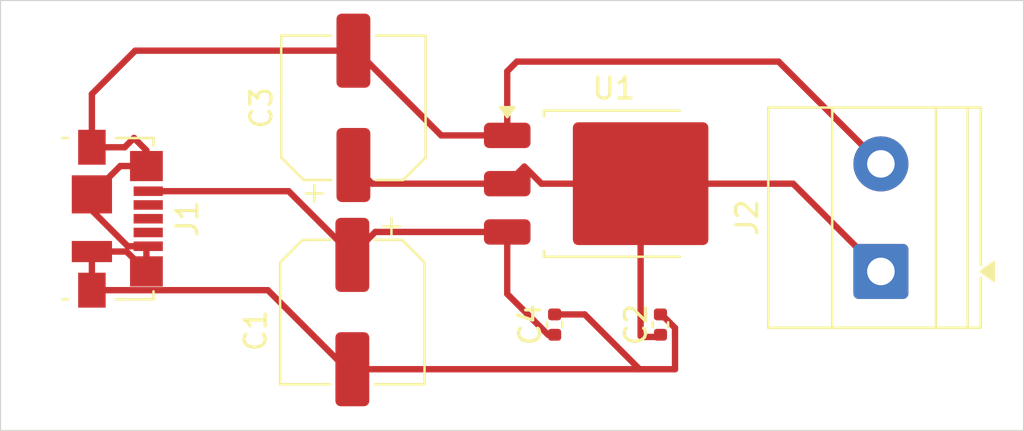
<source format=kicad_pcb>
(kicad_pcb (version 20241229) (generator "pcbnew") (generator_version "9.0")
  (layers (0 "F.Cu" signal) (2 "B.Cu" signal) (13 "F.Paste" user) (15 "B.Paste" user) (5 "F.SilkS" user "F.Silkscreen") (7 "B.SilkS" user "B.Silkscreen") (1 "F.Mask" user) (3 "B.Mask" user) (25 "Edge.Cuts" user))
  (net 0 "")
  (net 1 "GND")
  (net 2 "+5V")
  (net 3 "+3.3V")
  (footprint "Capacitor_SMD:CP_Elec_6.3x7.7" (layer "F.Cu") (at 120.4468 99.408 -90)
    (property "Reference" "C1" (at 0.8712 4.572 90) (layer "F.SilkS"))
    (property "Value" "22u")
    (fp_line (start -2.345563 3.41) (end 3.41 3.41) (stroke (width 0.12)) (layer "F.SilkS"))
    (fp_line (start 3.41 3.41) (end 3.41 1.06) (stroke (width 0.12)) (layer "F.SilkS"))
    (fp_line (start -3.41 2.345563) (end -2.345563 3.41) (stroke (width 0.12)) (layer "F.SilkS"))
    (fp_line (start -3.41 2.345563) (end -3.41 1.06) (stroke (width 0.12)) (layer "F.SilkS"))
    (fp_line (start -4.4375 -1.8475) (end -3.65 -1.8475) (stroke (width 0.12)) (layer "F.SilkS"))
    (fp_line (start -4.04375 -2.24125) (end -4.04375 -1.45375) (stroke (width 0.12)) (layer "F.SilkS"))
    (fp_line (start -3.41 -2.345563) (end -3.41 -1.06) (stroke (width 0.12)) (layer "F.SilkS"))
    (fp_line (start -3.41 -2.345563) (end -2.345563 -3.41) (stroke (width 0.12)) (layer "F.SilkS"))
    (fp_line (start -2.345563 -3.41) (end 3.41 -3.41) (stroke (width 0.12)) (layer "F.SilkS"))
    (fp_line (start 3.41 -3.41) (end 3.41 -1.06) (stroke (width 0.12)) (layer "F.SilkS"))
    (pad "1" smd roundrect (at -2.7 0 270) (size 3.5 1.6) (layers "F.Cu" "F.Mask" "F.Paste") (roundrect_rratio 0.15625) (net 2 "+5V"))
    (pad "2" smd roundrect (at 2.7 0 270) (size 3.5 1.6) (layers "F.Cu" "F.Mask" "F.Paste") (roundrect_rratio 0.15625) (net 1 "GND"))
  )
  (footprint "Capacitor_SMD:C_0402_1005Metric" (layer "F.Cu") (at 130 100 90)
    (property "Reference" "C4" (at 0 -1.16 90) (layer "F.SilkS"))
    (property "Value" "100n")
    (fp_line (start -0.107836 -0.36) (end 0.107836 -0.36) (stroke (width 0.12)) (layer "F.SilkS"))
    (fp_line (start -0.107836 0.36) (end 0.107836 0.36) (stroke (width 0.12)) (layer "F.SilkS"))
    (pad "1" smd roundrect (at -0.48 0 90) (size 0.56 0.62) (layers "F.Cu" "F.Mask" "F.Paste") (net 2 "+5V"))
    (pad "2" smd roundrect (at 0.48 0 90) (size 0.56 0.62) (layers "F.Cu" "F.Mask" "F.Paste") (net 1 "GND"))
  )
  (footprint "TerminalBlock_Phoenix:TerminalBlock_Phoenix_MKDS-1,5-2-5.08_1x02_P5.08mm_Horizontal" (layer "F.Cu") (at 145.4097 97.4902 90)
    (property "Reference" "J2" (at 2.54 -6.32 90) (layer "F.SilkS"))
    (property "Value" "Screw_Terminal_01x02")
    (fp_line (start 7.74 -5.32) (end 7.74 4.72) (stroke (width 0.12)) (layer "F.SilkS"))
    (fp_line (start -2.66 -5.32) (end 7.74 -5.32) (stroke (width 0.12)) (layer "F.SilkS"))
    (fp_line (start -2.66 -2.3) (end 7.74 -2.3) (stroke (width 0.12)) (layer "F.SilkS"))
    (fp_line (start -2.66 2.6) (end 7.74 2.6) (stroke (width 0.12)) (layer "F.SilkS"))
    (fp_line (start -2.66 4.1) (end 7.74 4.1) (stroke (width 0.12)) (layer "F.SilkS"))
    (fp_line (start 7.74 4.72) (end 0.3 4.72) (stroke (width 0.12)) (layer "F.SilkS"))
    (fp_line (start -0.3 4.72) (end -2.66 4.72) (stroke (width 0.12)) (layer "F.SilkS"))
    (fp_line (start -2.66 4.72) (end -2.66 -5.32) (stroke (width 0.12)) (layer "F.SilkS"))
    (fp_poly (pts (xy 0 4.72) (xy 0.44 5.33) (xy -0.44 5.33)) (stroke (width 0.12)) (fill yes) (layer "F.SilkS"))
    (pad "1" thru_hole roundrect (at 0 0 90) (size 2.6 2.6) (drill 1.3) (layers "*.Cu" "*.Mask") (roundrect_rratio 0.096154) (net 3 "+3.3V"))
    (pad "2" thru_hole circle (at 5.08 0 90) (size 2.6 2.6) (drill 1.3) (layers "*.Cu" "*.Mask") (net 1 "GND"))
  )
  (footprint "Capacitor_SMD:CP_Elec_6.3x7.7" (layer "F.Cu") (at 120.4976 89.7636 90)
    (property "Reference" "C3" (at 0 -4.35 90) (layer "F.SilkS"))
    (property "Value" "22u")
    (fp_line (start 3.41 -3.41) (end 3.41 -1.06) (stroke (width 0.12)) (layer "F.SilkS"))
    (fp_line (start -2.345563 -3.41) (end 3.41 -3.41) (stroke (width 0.12)) (layer "F.SilkS"))
    (fp_line (start -3.41 -2.345563) (end -2.345563 -3.41) (stroke (width 0.12)) (layer "F.SilkS"))
    (fp_line (start -3.41 -2.345563) (end -3.41 -1.06) (stroke (width 0.12)) (layer "F.SilkS"))
    (fp_line (start -4.04375 -2.24125) (end -4.04375 -1.45375) (stroke (width 0.12)) (layer "F.SilkS"))
    (fp_line (start -4.4375 -1.8475) (end -3.65 -1.8475) (stroke (width 0.12)) (layer "F.SilkS"))
    (fp_line (start -3.41 2.345563) (end -3.41 1.06) (stroke (width 0.12)) (layer "F.SilkS"))
    (fp_line (start -3.41 2.345563) (end -2.345563 3.41) (stroke (width 0.12)) (layer "F.SilkS"))
    (fp_line (start 3.41 3.41) (end 3.41 1.06) (stroke (width 0.12)) (layer "F.SilkS"))
    (fp_line (start -2.345563 3.41) (end 3.41 3.41) (stroke (width 0.12)) (layer "F.SilkS"))
    (pad "1" smd roundrect (at -2.7 0 90) (size 3.5 1.6) (layers "F.Cu" "F.Mask" "F.Paste") (roundrect_rratio 0.15625) (net 3 "+3.3V"))
    (pad "2" smd roundrect (at 2.7 0 90) (size 3.5 1.6) (layers "F.Cu" "F.Mask" "F.Paste") (roundrect_rratio 0.15625) (net 1 "GND"))
  )
  (footprint "Package_TO_SOT_SMD:TO-252-3_TabPin2" (layer "F.Cu") (at 132.802 93.345)
    (property "Reference" "U1" (at 0 -4.5 0) (layer "F.SilkS"))
    (property "Value" "AMS1117CD-3.3")
    (fp_line (start -3.31 -3.45) (end -3.31 -3.18) (stroke (width 0.12)) (layer "F.SilkS"))
    (fp_line (start -3.31 3.45) (end -3.31 3.18) (stroke (width 0.12)) (layer "F.SilkS"))
    (fp_line (start 3.11 -3.45) (end -3.31 -3.45) (stroke (width 0.12)) (layer "F.SilkS"))
    (fp_line (start 3.11 3.45) (end -3.31 3.45) (stroke (width 0.12)) (layer "F.SilkS"))
    (fp_poly (pts (xy -5.04 -3.14) (xy -5.38 -3.61) (xy -4.7 -3.61)) (stroke (width 0.12)) (fill yes) (layer "F.SilkS"))
    (pad "1" smd roundrect (at -5.04 -2.28) (size 2.2 1.2) (layers "F.Cu" "F.Mask" "F.Paste") (roundrect_rratio 0.208333) (net 1 "GND"))
    (pad "2" smd roundrect (at -5.04 0) (size 2.2 1.2) (layers "F.Cu" "F.Mask" "F.Paste") (roundrect_rratio 0.208333) (net 3 "+3.3V"))
    (pad "2" smd roundrect (at 1.26 0) (size 6.4 5.8) (layers "F.Cu" "F.Mask") (roundrect_rratio 0.043103) (net 3 "+3.3V"))
    (pad "3" smd roundrect (at -5.04 2.28) (size 2.2 1.2) (layers "F.Cu" "F.Mask" "F.Paste") (roundrect_rratio 0.208333) (net 2 "+5V"))
  )
  (footprint "Connector_USB:USB_Micro-B_Molex_47346-0001" (layer "F.Cu") (at 109.347 95 -90)
    (property "Reference" "J1" (at 0 -3.3 90) (layer "F.SilkS"))
    (property "Value" "USB_B_Micro")
    (fp_line (start -3.81 2.6) (end -3.81 2.34) (stroke (width 0.12)) (layer "F.SilkS"))
    (fp_line (start 3.81 2.34) (end 3.81 2.6) (stroke (width 0.12)) (layer "F.SilkS"))
    (fp_line (start -3.81 0.06) (end -3.81 -1.71) (stroke (width 0.12)) (layer "F.SilkS"))
    (fp_line (start -3.81 -1.71) (end -3.43 -1.71) (stroke (width 0.12)) (layer "F.SilkS"))
    (fp_line (start 3.81 -1.71) (end 3.81 0.06) (stroke (width 0.12)) (layer "F.SilkS"))
    (fp_line (start 3.81 -1.71) (end 3.43 -1.71) (stroke (width 0.12)) (layer "F.SilkS"))
    (pad "1" smd rect (at -1.3 -1.46 270) (size 0.45 1.38) (layers "F.Cu" "F.Mask" "F.Paste") (net 2 "+5V"))
    (pad "2" smd rect (at -0.65 -1.46 270) (size 0.45 1.38) (layers "F.Cu" "F.Mask" "F.Paste"))
    (pad "3" smd rect (at 0 -1.46 270) (size 0.45 1.38) (layers "F.Cu" "F.Mask" "F.Paste"))
    (pad "4" smd rect (at 0.65 -1.46 270) (size 0.45 1.38) (layers "F.Cu" "F.Mask" "F.Paste"))
    (pad "5" smd rect (at 1.3 -1.46 270) (size 0.45 1.38) (layers "F.Cu" "F.Mask" "F.Paste") (net 1 "GND"))
    (pad "6" smd rect (at -3.375 1.2 270) (size 1.65 1.3) (layers "F.Cu" "F.Mask" "F.Paste") (net 1 "GND"))
    (pad "6" smd rect (at -2.4875 -1.375 270) (size 1.425 1.55) (layers "F.Cu" "F.Mask" "F.Paste") (net 1 "GND"))
    (pad "6" smd rect (at -1.15 1.2 270) (size 1.8 1.9) (layers "F.Cu" "F.Mask" "F.Paste") (net 1 "GND"))
    (pad "6" smd rect (at 1.55 1.2 270) (size 1 1.9) (layers "F.Cu" "F.Mask" "F.Paste") (net 1 "GND"))
    (pad "6" smd rect (at 2.4875 -1.375 270) (size 1.425 1.55) (layers "F.Cu" "F.Mask" "F.Paste") (net 1 "GND"))
    (pad "6" smd rect (at 3.375 1.2 270) (size 1.65 1.3) (layers "F.Cu" "F.Mask" "F.Paste") (net 1 "GND"))
  )
  (footprint "Capacitor_SMD:C_0402_1005Metric" (layer "F.Cu") (at 135 100 90)
    (property "Reference" "C2" (at 0 -1.16 90) (layer "F.SilkS"))
    (property "Value" "100n")
    (fp_line (start -0.107836 -0.36) (end 0.107836 -0.36) (stroke (width 0.12)) (layer "F.SilkS"))
    (fp_line (start -0.107836 0.36) (end 0.107836 0.36) (stroke (width 0.12)) (layer "F.SilkS"))
    (pad "1" smd roundrect (at -0.48 0 90) (size 0.56 0.62) (layers "F.Cu" "F.Mask" "F.Paste") (net 3 "+3.3V"))
    (pad "2" smd roundrect (at 0.48 0 90) (size 0.56 0.62) (layers "F.Cu" "F.Mask" "F.Paste") (net 1 "GND"))
  )
  (gr_rect (start 103.8316 84.6952) (end 152.146 105) (stroke (width 0.05)) (fill no) (layer "Edge.Cuts"))
  (segment (start 135 99.52) (end 135.04826 99.52) (width 0.3) (layer "F.Cu") (net 1))
  (segment (start 134.0104 102.108) (end 120.4468 102.108) (width 0.3) (layer "F.Cu") (net 1))
  (segment (start 145.4097 92.4102) (end 140.5787 87.5792) (width 0.3) (layer "F.Cu") (net 1))
  (segment (start 109.7845 96.55) (end 110.722 97.4875) (width 0.3) (layer "F.Cu") (net 1))
  (segment (start 120.6424 87.0636) (end 124.6438 91.065) (width 0.3) (layer "F.Cu") (net 1))
  (segment (start 128.2192 87.5792) (end 127.762 88.0364) (width 0.3) (layer "F.Cu") (net 1))
  (segment (start 108.147 89.1094) (end 110.1928 87.0636) (width 0.3) (layer "F.Cu") (net 1))
  (segment (start 116.4598 98.375) (end 108.147 98.375) (width 0.3) (layer "F.Cu") (net 1))
  (segment (start 120.4468 102.108) (end 120.1928 102.108) (width 0.3) (layer "F.Cu") (net 1))
  (segment (start 135.6868 102.108) (end 134.0104 102.108) (width 0.3) (layer "F.Cu") (net 1))
  (segment (start 109.84 96.3) (end 108.147 94.607) (width 0.3) (layer "F.Cu") (net 1))
  (segment (start 131.4224 99.52) (end 134.0104 102.108) (width 0.3) (layer "F.Cu") (net 1))
  (segment (start 110.722 92.5125) (end 110.722 91.7736) (width 0.3) (layer "F.Cu") (net 1))
  (segment (start 110.722 96.385) (end 110.807 96.3) (width 0.3) (layer "F.Cu") (net 1))
  (segment (start 130 99.52) (end 131.4224 99.52) (width 0.3) (layer "F.Cu") (net 1))
  (segment (start 110.807 96.3) (end 109.84 96.3) (width 0.3) (layer "F.Cu") (net 1))
  (segment (start 110.1344 91.186) (end 109.6954 91.625) (width 0.3) (layer "F.Cu") (net 1))
  (segment (start 108.147 96.55) (end 109.7845 96.55) (width 0.3) (layer "F.Cu") (net 1))
  (segment (start 108.147 98.375) (end 108.147 96.55) (width 0.3) (layer "F.Cu") (net 1))
  (segment (start 127.762 88.0364) (end 127.762 91.065) (width 0.3) (layer "F.Cu") (net 1))
  (segment (start 120.1928 102.108) (end 116.4598 98.375) (width 0.3) (layer "F.Cu") (net 1))
  (segment (start 108.147 94.607) (end 108.147 93.85) (width 0.3) (layer "F.Cu") (net 1))
  (segment (start 108.147 93.85) (end 109.4845 92.5125) (width 0.3) (layer "F.Cu") (net 1))
  (segment (start 110.722 91.7736) (end 110.1344 91.186) (width 0.3) (layer "F.Cu") (net 1))
  (segment (start 124.6438 91.065) (end 127.762 91.065) (width 0.3) (layer "F.Cu") (net 1))
  (segment (start 110.722 97.4875) (end 110.722 96.385) (width 0.3) (layer "F.Cu") (net 1))
  (segment (start 109.6954 91.625) (end 108.147 91.625) (width 0.3) (layer "F.Cu") (net 1))
  (segment (start 109.4845 92.5125) (end 110.722 92.5125) (width 0.3) (layer "F.Cu") (net 1))
  (segment (start 108.147 91.625) (end 108.147 89.1094) (width 0.3) (layer "F.Cu") (net 1))
  (segment (start 110.1928 87.0636) (end 120.4976 87.0636) (width 0.3) (layer "F.Cu") (net 1))
  (segment (start 135.04826 99.52) (end 135.6868 100.15854) (width 0.3) (layer "F.Cu") (net 1))
  (segment (start 120.4976 87.0636) (end 120.6424 87.0636) (width 0.3) (layer "F.Cu") (net 1))
  (segment (start 135.6868 100.15854) (end 135.6868 102.108) (width 0.3) (layer "F.Cu") (net 1))
  (segment (start 140.5787 87.5792) (end 128.2192 87.5792) (width 0.3) (layer "F.Cu") (net 1))
  (segment (start 127.762 98.551999) (end 129.690001 100.48) (width 0.3) (layer "F.Cu") (net 2))
  (segment (start 120.4468 96.708) (end 121.5298 95.625) (width 0.3) (layer "F.Cu") (net 2))
  (segment (start 110.807 93.7) (end 117.4388 93.7) (width 0.3) (layer "F.Cu") (net 2))
  (segment (start 129.690001 100.48) (end 130 100.48) (width 0.3) (layer "F.Cu") (net 2))
  (segment (start 121.5298 95.625) (end 127.762 95.625) (width 0.3) (layer "F.Cu") (net 2))
  (segment (start 127.762 95.625) (end 127.762 98.551999) (width 0.3) (layer "F.Cu") (net 2))
  (segment (start 117.4388 93.7) (end 120.4468 96.708) (width 0.3) (layer "F.Cu") (net 2))
  (segment (start 134.062 100.534) (end 134.062 93.345) (width 0.3) (layer "F.Cu") (net 3))
  (segment (start 135 100.48) (end 134.896 100.584) (width 0.3) (layer "F.Cu") (net 3))
  (segment (start 121.379 93.345) (end 120.4976 92.4636) (width 0.3) (layer "F.Cu") (net 3))
  (segment (start 134.112 100.584) (end 134.062 100.534) (width 0.3) (layer "F.Cu") (net 3))
  (segment (start 128.571 92.536) (end 127.762 93.345) (width 0.3) (layer "F.Cu") (net 3))
  (segment (start 134.896 100.584) (end 134.112 100.584) (width 0.3) (layer "F.Cu") (net 3))
  (segment (start 129.38 93.345) (end 134.062 93.345) (width 0.3) (layer "F.Cu") (net 3))
  (segment (start 141.2645 93.345) (end 145.4097 97.4902) (width 0.3) (layer "F.Cu") (net 3))
  (segment (start 134.062 93.345) (end 141.2645 93.345) (width 0.3) (layer "F.Cu") (net 3))
  (segment (start 128.571 92.536) (end 129.38 93.345) (width 0.3) (layer "F.Cu") (net 3))
  (segment (start 127.762 93.345) (end 121.379 93.345) (width 0.3) (layer "F.Cu") (net 3))
)
</source>
